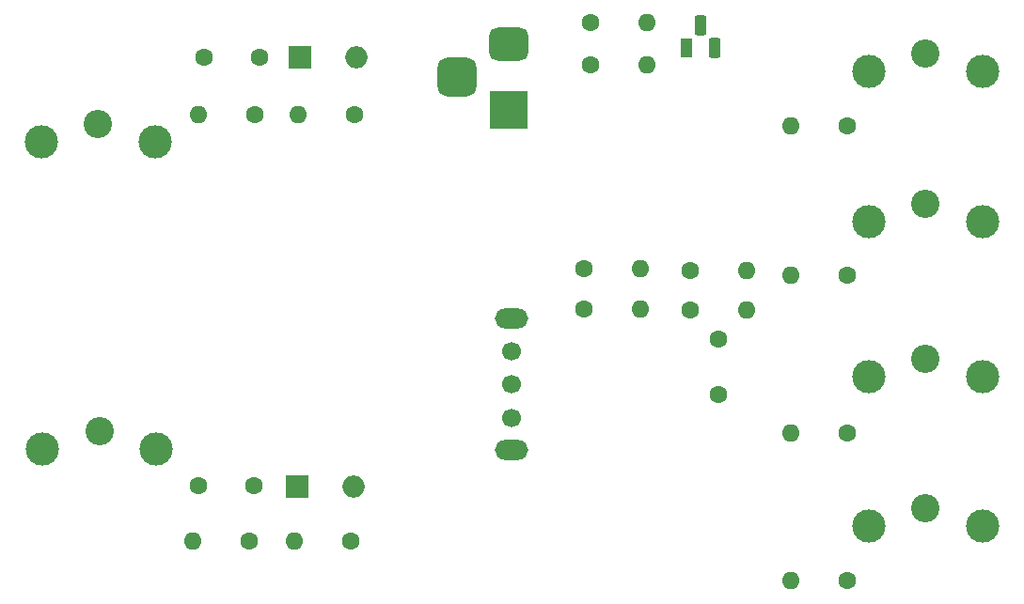
<source format=gbr>
%TF.GenerationSoftware,KiCad,Pcbnew,6.0.7*%
%TF.CreationDate,2023-10-05T16:11:41+13:00*%
%TF.ProjectId,_bisect_,5f626973-6563-4745-9f2e-6b696361645f,rev?*%
%TF.SameCoordinates,Original*%
%TF.FileFunction,Soldermask,Bot*%
%TF.FilePolarity,Negative*%
%FSLAX46Y46*%
G04 Gerber Fmt 4.6, Leading zero omitted, Abs format (unit mm)*
G04 Created by KiCad (PCBNEW 6.0.7) date 2023-10-05 16:11:41*
%MOMM*%
%LPD*%
G01*
G04 APERTURE LIST*
G04 Aperture macros list*
%AMRoundRect*
0 Rectangle with rounded corners*
0 $1 Rounding radius*
0 $2 $3 $4 $5 $6 $7 $8 $9 X,Y pos of 4 corners*
0 Add a 4 corners polygon primitive as box body*
4,1,4,$2,$3,$4,$5,$6,$7,$8,$9,$2,$3,0*
0 Add four circle primitives for the rounded corners*
1,1,$1+$1,$2,$3*
1,1,$1+$1,$4,$5*
1,1,$1+$1,$6,$7*
1,1,$1+$1,$8,$9*
0 Add four rect primitives between the rounded corners*
20,1,$1+$1,$2,$3,$4,$5,0*
20,1,$1+$1,$4,$5,$6,$7,0*
20,1,$1+$1,$6,$7,$8,$9,0*
20,1,$1+$1,$8,$9,$2,$3,0*%
G04 Aperture macros list end*
%ADD10C,1.600000*%
%ADD11R,2.000000X2.000000*%
%ADD12O,2.000000X2.000000*%
%ADD13C,2.550000*%
%ADD14C,3.000000*%
%ADD15R,3.500000X3.500000*%
%ADD16RoundRect,0.750000X-1.000000X0.750000X-1.000000X-0.750000X1.000000X-0.750000X1.000000X0.750000X0*%
%ADD17RoundRect,0.875000X-0.875000X0.875000X-0.875000X-0.875000X0.875000X-0.875000X0.875000X0.875000X0*%
%ADD18O,1.600000X1.600000*%
%ADD19O,3.000000X1.800000*%
%ADD20C,1.700000*%
%ADD21R,1.100000X1.800000*%
%ADD22RoundRect,0.275000X-0.275000X-0.625000X0.275000X-0.625000X0.275000X0.625000X-0.275000X0.625000X0*%
G04 APERTURE END LIST*
D10*
%TO.C,C1*%
X122500000Y-55750000D03*
X117500000Y-55750000D03*
%TD*%
%TO.C,C2*%
X122000000Y-94300000D03*
X117000000Y-94300000D03*
%TD*%
D11*
%TO.C,D1*%
X126200000Y-55750000D03*
D12*
X131280000Y-55750000D03*
%TD*%
D11*
%TO.C,D2*%
X125900000Y-94400000D03*
D12*
X130980000Y-94400000D03*
%TD*%
D13*
%TO.C,J2*%
X108100000Y-89400000D03*
D14*
X102950000Y-91000000D03*
X113250000Y-91000000D03*
%TD*%
D13*
%TO.C,J3*%
X182500000Y-55400000D03*
D14*
X187650000Y-57000000D03*
X177350000Y-57000000D03*
%TD*%
D13*
%TO.C,J4*%
X182500000Y-68900000D03*
D14*
X187650000Y-70500000D03*
X177350000Y-70500000D03*
%TD*%
D13*
%TO.C,J6*%
X182500000Y-96400000D03*
D14*
X187650000Y-98000000D03*
X177350000Y-98000000D03*
%TD*%
D15*
%TO.C,J7*%
X145000000Y-60500000D03*
D16*
X145000000Y-54500000D03*
D17*
X140300000Y-57500000D03*
%TD*%
D10*
%TO.C,R1*%
X122100000Y-60850000D03*
D18*
X117020000Y-60850000D03*
%TD*%
D10*
%TO.C,R2*%
X131100000Y-60850000D03*
D18*
X126020000Y-60850000D03*
%TD*%
D10*
%TO.C,R3*%
X151700000Y-74800000D03*
D18*
X156780000Y-74800000D03*
%TD*%
D10*
%TO.C,R4*%
X151700000Y-78400000D03*
D18*
X156780000Y-78400000D03*
%TD*%
D10*
%TO.C,R5*%
X175400000Y-61900000D03*
D18*
X170320000Y-61900000D03*
%TD*%
D10*
%TO.C,R6*%
X175400000Y-75400000D03*
D18*
X170320000Y-75400000D03*
%TD*%
D10*
%TO.C,R7*%
X121600000Y-99300000D03*
D18*
X116520000Y-99300000D03*
%TD*%
D10*
%TO.C,R8*%
X130700000Y-99300000D03*
D18*
X125620000Y-99300000D03*
%TD*%
D10*
%TO.C,R9*%
X161300000Y-74900000D03*
D18*
X166380000Y-74900000D03*
%TD*%
D10*
%TO.C,R10*%
X161300000Y-78500000D03*
D18*
X166380000Y-78500000D03*
%TD*%
D10*
%TO.C,R12*%
X175400000Y-102900000D03*
D18*
X170320000Y-102900000D03*
%TD*%
D10*
%TO.C,R13*%
X152300000Y-52600000D03*
D18*
X157380000Y-52600000D03*
%TD*%
D10*
%TO.C,R14*%
X152300000Y-56400000D03*
D18*
X157380000Y-56400000D03*
%TD*%
D19*
%TO.C,SW1*%
X145250000Y-79300000D03*
X145250000Y-91100000D03*
D20*
X145200000Y-88200000D03*
X145200000Y-85200000D03*
X145200000Y-82200000D03*
%TD*%
D21*
%TO.C,U2*%
X161000000Y-54900000D03*
D22*
X162270000Y-52830000D03*
X163540000Y-54900000D03*
%TD*%
D13*
%TO.C,J5*%
X182500000Y-82900000D03*
D14*
X187650000Y-84500000D03*
X177350000Y-84500000D03*
%TD*%
D10*
%TO.C,R11*%
X175400000Y-89600000D03*
D18*
X170320000Y-89600000D03*
%TD*%
D13*
%TO.C,J1*%
X108000000Y-61750000D03*
D14*
X102850000Y-63350000D03*
X113150000Y-63350000D03*
%TD*%
D10*
%TO.C,C3*%
X163800000Y-81100000D03*
X163800000Y-86100000D03*
%TD*%
M02*

</source>
